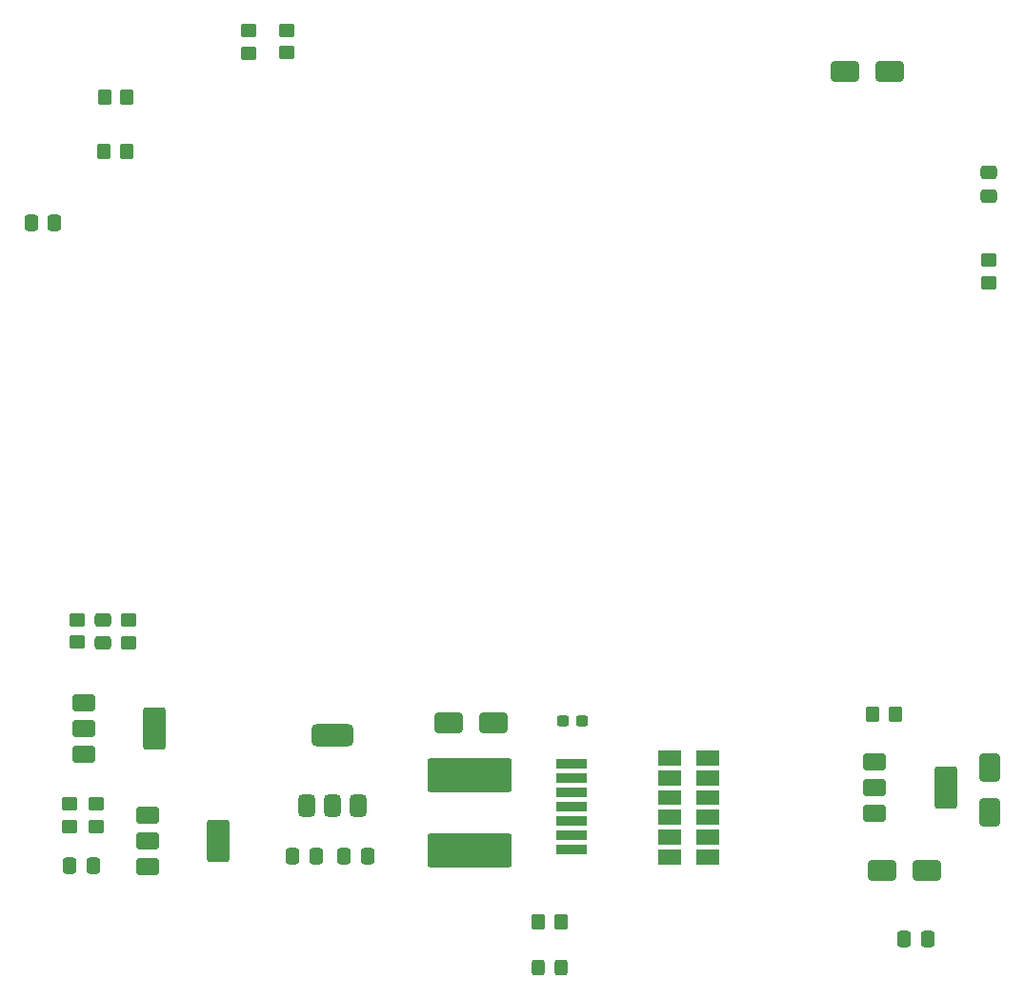
<source format=gbr>
%TF.GenerationSoftware,KiCad,Pcbnew,9.0.0*%
%TF.CreationDate,2025-04-02T12:31:35+08:00*%
%TF.ProjectId,EggClassifier,45676743-6c61-4737-9369-666965722e6b,rev?*%
%TF.SameCoordinates,Original*%
%TF.FileFunction,Paste,Top*%
%TF.FilePolarity,Positive*%
%FSLAX46Y46*%
G04 Gerber Fmt 4.6, Leading zero omitted, Abs format (unit mm)*
G04 Created by KiCad (PCBNEW 9.0.0) date 2025-04-02 12:31:35*
%MOMM*%
%LPD*%
G01*
G04 APERTURE LIST*
G04 Aperture macros list*
%AMRoundRect*
0 Rectangle with rounded corners*
0 $1 Rounding radius*
0 $2 $3 $4 $5 $6 $7 $8 $9 X,Y pos of 4 corners*
0 Add a 4 corners polygon primitive as box body*
4,1,4,$2,$3,$4,$5,$6,$7,$8,$9,$2,$3,0*
0 Add four circle primitives for the rounded corners*
1,1,$1+$1,$2,$3*
1,1,$1+$1,$4,$5*
1,1,$1+$1,$6,$7*
1,1,$1+$1,$8,$9*
0 Add four rect primitives between the rounded corners*
20,1,$1+$1,$2,$3,$4,$5,0*
20,1,$1+$1,$4,$5,$6,$7,0*
20,1,$1+$1,$6,$7,$8,$9,0*
20,1,$1+$1,$8,$9,$2,$3,0*%
G04 Aperture macros list end*
%ADD10C,0.010000*%
%ADD11RoundRect,0.250000X0.450000X-0.350000X0.450000X0.350000X-0.450000X0.350000X-0.450000X-0.350000X0*%
%ADD12RoundRect,0.250000X0.350000X0.450000X-0.350000X0.450000X-0.350000X-0.450000X0.350000X-0.450000X0*%
%ADD13RoundRect,0.250000X-1.000000X-0.650000X1.000000X-0.650000X1.000000X0.650000X-1.000000X0.650000X0*%
%ADD14RoundRect,0.250000X0.337500X0.475000X-0.337500X0.475000X-0.337500X-0.475000X0.337500X-0.475000X0*%
%ADD15RoundRect,0.250000X-0.750000X-0.500000X0.750000X-0.500000X0.750000X0.500000X-0.750000X0.500000X0*%
%ADD16RoundRect,0.250000X-0.750000X-1.650000X0.750000X-1.650000X0.750000X1.650000X-0.750000X1.650000X0*%
%ADD17RoundRect,0.250000X-3.500000X1.260000X-3.500000X-1.260000X3.500000X-1.260000X3.500000X1.260000X0*%
%ADD18RoundRect,0.250000X0.475000X-0.337500X0.475000X0.337500X-0.475000X0.337500X-0.475000X-0.337500X0*%
%ADD19RoundRect,0.250000X1.000000X0.650000X-1.000000X0.650000X-1.000000X-0.650000X1.000000X-0.650000X0*%
%ADD20RoundRect,0.250000X0.650000X-1.000000X0.650000X1.000000X-0.650000X1.000000X-0.650000X-1.000000X0*%
%ADD21RoundRect,0.250000X-0.450000X0.350000X-0.450000X-0.350000X0.450000X-0.350000X0.450000X0.350000X0*%
%ADD22RoundRect,0.250000X0.325000X0.450000X-0.325000X0.450000X-0.325000X-0.450000X0.325000X-0.450000X0*%
%ADD23RoundRect,0.250000X-0.475000X0.337500X-0.475000X-0.337500X0.475000X-0.337500X0.475000X0.337500X0*%
%ADD24R,2.790000X0.890000*%
%ADD25RoundRect,0.237500X0.300000X0.237500X-0.300000X0.237500X-0.300000X-0.237500X0.300000X-0.237500X0*%
%ADD26RoundRect,0.250000X-0.337500X-0.475000X0.337500X-0.475000X0.337500X0.475000X-0.337500X0.475000X0*%
%ADD27RoundRect,0.375000X0.375000X-0.625000X0.375000X0.625000X-0.375000X0.625000X-0.375000X-0.625000X0*%
%ADD28RoundRect,0.500000X1.400000X-0.500000X1.400000X0.500000X-1.400000X0.500000X-1.400000X-0.500000X0*%
G04 APERTURE END LIST*
D10*
%TO.C,U1*%
X142851000Y-118630000D02*
X140941000Y-118630000D01*
X140941000Y-117370000D01*
X142851000Y-117370000D01*
X142851000Y-118630000D01*
G36*
X142851000Y-118630000D02*
G01*
X140941000Y-118630000D01*
X140941000Y-117370000D01*
X142851000Y-117370000D01*
X142851000Y-118630000D01*
G37*
X142851000Y-120390000D02*
X140941000Y-120390000D01*
X140941000Y-119130000D01*
X142851000Y-119130000D01*
X142851000Y-120390000D01*
G36*
X142851000Y-120390000D02*
G01*
X140941000Y-120390000D01*
X140941000Y-119130000D01*
X142851000Y-119130000D01*
X142851000Y-120390000D01*
G37*
X142851000Y-122150000D02*
X140941000Y-122150000D01*
X140941000Y-120890000D01*
X142851000Y-120890000D01*
X142851000Y-122150000D01*
G36*
X142851000Y-122150000D02*
G01*
X140941000Y-122150000D01*
X140941000Y-120890000D01*
X142851000Y-120890000D01*
X142851000Y-122150000D01*
G37*
X142851000Y-123910000D02*
X140941000Y-123910000D01*
X140941000Y-122650000D01*
X142851000Y-122650000D01*
X142851000Y-123910000D01*
G36*
X142851000Y-123910000D02*
G01*
X140941000Y-123910000D01*
X140941000Y-122650000D01*
X142851000Y-122650000D01*
X142851000Y-123910000D01*
G37*
X142851000Y-125670000D02*
X140941000Y-125670000D01*
X140941000Y-124410000D01*
X142851000Y-124410000D01*
X142851000Y-125670000D01*
G36*
X142851000Y-125670000D02*
G01*
X140941000Y-125670000D01*
X140941000Y-124410000D01*
X142851000Y-124410000D01*
X142851000Y-125670000D01*
G37*
X142851000Y-127430000D02*
X140941000Y-127430000D01*
X140941000Y-126170000D01*
X142851000Y-126170000D01*
X142851000Y-127430000D01*
G36*
X142851000Y-127430000D02*
G01*
X140941000Y-127430000D01*
X140941000Y-126170000D01*
X142851000Y-126170000D01*
X142851000Y-127430000D01*
G37*
X146271000Y-118630000D02*
X144361000Y-118630000D01*
X144361000Y-117370000D01*
X146271000Y-117370000D01*
X146271000Y-118630000D01*
G36*
X146271000Y-118630000D02*
G01*
X144361000Y-118630000D01*
X144361000Y-117370000D01*
X146271000Y-117370000D01*
X146271000Y-118630000D01*
G37*
X146271000Y-120390000D02*
X144361000Y-120390000D01*
X144361000Y-119130000D01*
X146271000Y-119130000D01*
X146271000Y-120390000D01*
G36*
X146271000Y-120390000D02*
G01*
X144361000Y-120390000D01*
X144361000Y-119130000D01*
X146271000Y-119130000D01*
X146271000Y-120390000D01*
G37*
X146271000Y-122150000D02*
X144361000Y-122150000D01*
X144361000Y-120890000D01*
X146271000Y-120890000D01*
X146271000Y-122150000D01*
G36*
X146271000Y-122150000D02*
G01*
X144361000Y-122150000D01*
X144361000Y-120890000D01*
X146271000Y-120890000D01*
X146271000Y-122150000D01*
G37*
X146271000Y-123910000D02*
X144361000Y-123910000D01*
X144361000Y-122650000D01*
X146271000Y-122650000D01*
X146271000Y-123910000D01*
G36*
X146271000Y-123910000D02*
G01*
X144361000Y-123910000D01*
X144361000Y-122650000D01*
X146271000Y-122650000D01*
X146271000Y-123910000D01*
G37*
X146271000Y-125670000D02*
X144361000Y-125670000D01*
X144361000Y-124410000D01*
X146271000Y-124410000D01*
X146271000Y-125670000D01*
G36*
X146271000Y-125670000D02*
G01*
X144361000Y-125670000D01*
X144361000Y-124410000D01*
X146271000Y-124410000D01*
X146271000Y-125670000D01*
G37*
X146271000Y-127430000D02*
X144361000Y-127430000D01*
X144361000Y-126170000D01*
X146271000Y-126170000D01*
X146271000Y-127430000D01*
G36*
X146271000Y-127430000D02*
G01*
X144361000Y-127430000D01*
X144361000Y-126170000D01*
X146271000Y-126170000D01*
X146271000Y-127430000D01*
G37*
%TD*%
D11*
%TO.C,R2*%
X89306400Y-107730800D03*
X89306400Y-105730800D03*
%TD*%
D12*
%TO.C,R8*%
X132318000Y-132588000D03*
X130318000Y-132588000D03*
%TD*%
D13*
%TO.C,D1*%
X122333000Y-114935000D03*
X126333000Y-114935000D03*
%TD*%
D14*
%TO.C,C5*%
X115083500Y-126746000D03*
X113008500Y-126746000D03*
%TD*%
D15*
%TO.C,Q1*%
X89864800Y-113117600D03*
X89864800Y-115417600D03*
D16*
X96164800Y-115417600D03*
D15*
X89864800Y-117717600D03*
%TD*%
D17*
%TO.C,L1*%
X124206000Y-126238000D03*
X124206000Y-119578000D03*
%TD*%
D18*
%TO.C,C9*%
X91567000Y-107844500D03*
X91567000Y-105769500D03*
%TD*%
D15*
%TO.C,Q3*%
X160172000Y-118350000D03*
X160172000Y-120650000D03*
D16*
X166472000Y-120650000D03*
D15*
X160172000Y-122950000D03*
%TD*%
D11*
%TO.C,R6*%
X88646000Y-124139200D03*
X88646000Y-122139200D03*
%TD*%
D19*
%TO.C,D2*%
X161502000Y-57018000D03*
X157502000Y-57018000D03*
%TD*%
D15*
%TO.C,Q2*%
X95554400Y-123125200D03*
X95554400Y-125425200D03*
D16*
X101854400Y-125425200D03*
D15*
X95554400Y-127725200D03*
%TD*%
D11*
%TO.C,R11*%
X170307000Y-75803000D03*
X170307000Y-73803000D03*
%TD*%
D12*
%TO.C,R10*%
X93700000Y-64130000D03*
X91700000Y-64130000D03*
%TD*%
D20*
%TO.C,D4*%
X170434000Y-122904000D03*
X170434000Y-118904000D03*
%TD*%
D12*
%TO.C,R9*%
X93716000Y-59304000D03*
X91716000Y-59304000D03*
%TD*%
D19*
%TO.C,D3*%
X164814000Y-128016000D03*
X160814000Y-128016000D03*
%TD*%
D21*
%TO.C,R5*%
X90982800Y-122139200D03*
X90982800Y-124139200D03*
%TD*%
D22*
%TO.C,D5*%
X132343000Y-136652000D03*
X130293000Y-136652000D03*
%TD*%
D11*
%TO.C,R4*%
X107940000Y-55351000D03*
X107940000Y-53351000D03*
%TD*%
%TO.C,R3*%
X104511000Y-55401800D03*
X104511000Y-53401800D03*
%TD*%
D14*
%TO.C,C7*%
X164867500Y-134112000D03*
X162792500Y-134112000D03*
%TD*%
D23*
%TO.C,C10*%
X170307000Y-66018500D03*
X170307000Y-68093500D03*
%TD*%
D14*
%TO.C,C6*%
X110511500Y-126746000D03*
X108436500Y-126746000D03*
%TD*%
D12*
%TO.C,R7*%
X162026000Y-114168000D03*
X160026000Y-114168000D03*
%TD*%
D21*
%TO.C,R1*%
X93853000Y-105807000D03*
X93853000Y-107807000D03*
%TD*%
D24*
%TO.C,U1*%
X133256000Y-118590000D03*
X133256000Y-119860000D03*
X133256000Y-121130000D03*
X133256000Y-122400000D03*
X133256000Y-123670000D03*
X133256000Y-124940000D03*
X133256000Y-126210000D03*
%TD*%
D25*
%TO.C,C2*%
X134212500Y-114780000D03*
X132487500Y-114780000D03*
%TD*%
D26*
%TO.C,C8*%
X88624500Y-127635000D03*
X90699500Y-127635000D03*
%TD*%
%TO.C,C11*%
X85195500Y-70480000D03*
X87270500Y-70480000D03*
%TD*%
D27*
%TO.C,U2*%
X109714000Y-122276000D03*
X112014000Y-122276000D03*
D28*
X112014000Y-115976000D03*
D27*
X114314000Y-122276000D03*
%TD*%
M02*

</source>
